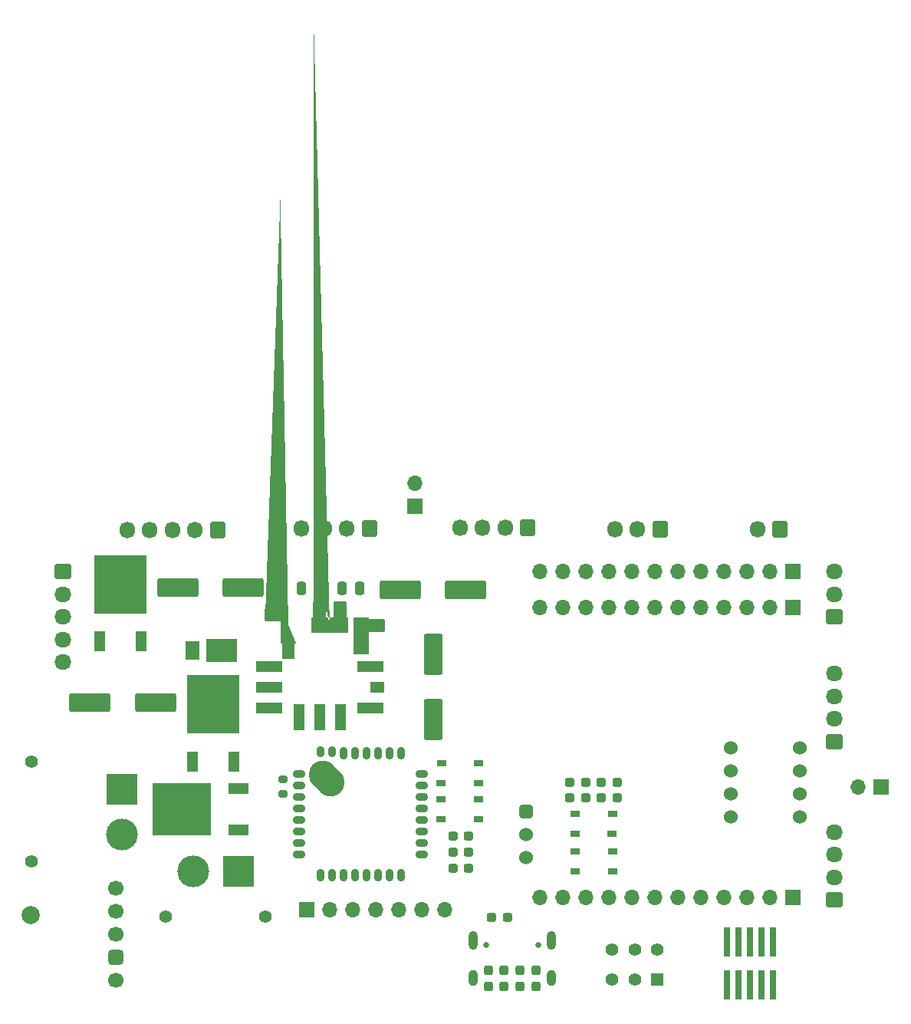
<source format=gbr>
%TF.GenerationSoftware,KiCad,Pcbnew,(6.0.11)*%
%TF.CreationDate,2024-02-29T08:23:56+09:00*%
%TF.ProjectId,Mother_Ctrl,4d6f7468-6572-45f4-9374-726c2e6b6963,rev?*%
%TF.SameCoordinates,Original*%
%TF.FileFunction,Soldermask,Top*%
%TF.FilePolarity,Negative*%
%FSLAX46Y46*%
G04 Gerber Fmt 4.6, Leading zero omitted, Abs format (unit mm)*
G04 Created by KiCad (PCBNEW (6.0.11)) date 2024-02-29 08:23:56*
%MOMM*%
%LPD*%
G01*
G04 APERTURE LIST*
G04 Aperture macros list*
%AMRoundRect*
0 Rectangle with rounded corners*
0 $1 Rounding radius*
0 $2 $3 $4 $5 $6 $7 $8 $9 X,Y pos of 4 corners*
0 Add a 4 corners polygon primitive as box body*
4,1,4,$2,$3,$4,$5,$6,$7,$8,$9,$2,$3,0*
0 Add four circle primitives for the rounded corners*
1,1,$1+$1,$2,$3*
1,1,$1+$1,$4,$5*
1,1,$1+$1,$6,$7*
1,1,$1+$1,$8,$9*
0 Add four rect primitives between the rounded corners*
20,1,$1+$1,$2,$3,$4,$5,0*
20,1,$1+$1,$4,$5,$6,$7,0*
20,1,$1+$1,$6,$7,$8,$9,0*
20,1,$1+$1,$8,$9,$2,$3,0*%
%AMHorizOval*
0 Thick line with rounded ends*
0 $1 width*
0 $2 $3 position (X,Y) of the first rounded end (center of the circle)*
0 $4 $5 position (X,Y) of the second rounded end (center of the circle)*
0 Add line between two ends*
20,1,$1,$2,$3,$4,$5,0*
0 Add two circle primitives to create the rounded ends*
1,1,$1,$2,$3*
1,1,$1,$4,$5*%
%AMFreePoly0*
4,1,53,0.885000,-2.035000,0.700000,-2.035000,0.700000,-3.665000,0.695106,-3.680063,0.695106,-3.695902,0.685796,-3.708716,0.680902,-3.723779,0.668089,-3.733089,0.658779,-3.745902,0.643716,-3.750796,0.630902,-3.760106,0.615063,-3.760106,0.600000,-3.765000,-0.600000,-3.765000,-0.615063,-3.760106,-0.630902,-3.760106,-0.643716,-3.750796,-0.658779,-3.745902,-0.668089,-3.733089,-0.680902,-3.723779,
-0.685796,-3.708716,-0.695106,-3.695902,-0.695106,-3.680063,-0.700000,-3.665000,-0.700000,-2.035000,-0.885000,-2.035000,-0.885000,0.450000,-2.515000,0.450000,-2.530063,0.454894,-2.545902,0.454894,-2.558716,0.464204,-2.573779,0.469098,-2.583089,0.481911,-2.595902,0.491221,-2.600796,0.506284,-2.610106,0.519098,-2.610106,0.534937,-2.615000,0.550000,-2.615000,1.750000,-2.610106,1.765063,
-2.610106,1.780902,-2.600796,1.793716,-2.595902,1.808779,-2.583089,1.818089,-2.573779,1.830902,-2.558716,1.835796,-2.545902,1.845106,-2.530063,1.845106,-2.515000,1.850000,-0.885000,1.850000,-0.885000,2.035000,0.885000,2.035000,0.885000,-2.035000,0.885000,-2.035000,$1*%
%AMFreePoly1*
4,1,53,-0.534937,2.610106,-0.519098,2.610106,-0.506284,2.600796,-0.491221,2.595902,-0.481911,2.583089,-0.469098,2.573779,-0.464204,2.558716,-0.454894,2.545902,-0.454894,2.530063,-0.450000,2.515000,-0.450000,0.885000,0.450000,0.885000,0.450000,2.515000,0.454894,2.530063,0.454894,2.545902,0.464204,2.558716,0.469098,2.573779,0.481911,2.583089,0.491221,2.595902,0.506284,2.600796,
0.519098,2.610106,0.534937,2.610106,0.550000,2.615000,1.750000,2.615000,1.765063,2.610106,1.780902,2.610106,1.793716,2.600796,1.808779,2.595902,1.818089,2.583089,1.830902,2.573779,1.835796,2.558716,1.845106,2.545902,1.845106,2.530063,1.850000,2.515000,1.850000,0.885000,2.035000,0.885000,2.035000,-0.885000,-2.035000,-0.885000,-2.035000,0.885000,-1.850000,0.885000,
-1.850000,2.515000,-1.845106,2.530063,-1.845106,2.545902,-1.835796,2.558716,-1.830902,2.573779,-1.818089,2.583089,-1.808779,2.595902,-1.793716,2.600796,-1.780902,2.610106,-1.765063,2.610106,-1.750000,2.615000,-0.550000,2.615000,-0.534937,2.610106,-0.534937,2.610106,$1*%
%AMFreePoly2*
4,1,29,0.885000,1.850000,2.515000,1.850000,2.530063,1.845106,2.545902,1.845106,2.558716,1.835796,2.573779,1.830902,2.583089,1.818089,2.595902,1.808779,2.600796,1.793716,2.610106,1.780902,2.610106,1.765063,2.615000,1.750000,2.615000,0.550000,2.610106,0.534937,2.610106,0.519098,2.600796,0.506284,2.595902,0.491221,2.583089,0.481911,2.573779,0.469098,2.558716,0.464204,
2.545902,0.454894,2.530063,0.454894,2.515000,0.450000,0.885000,0.450000,0.885000,-2.035000,-0.885000,-2.035000,-0.885000,2.035000,0.885000,2.035000,0.885000,1.850000,0.885000,1.850000,$1*%
G04 Aperture macros list end*
%ADD10RoundRect,0.237500X-0.287500X-0.237500X0.287500X-0.237500X0.287500X0.237500X-0.287500X0.237500X0*%
%ADD11R,0.740000X3.250000*%
%ADD12RoundRect,0.250000X0.675000X-0.600000X0.675000X0.600000X-0.675000X0.600000X-0.675000X-0.600000X0*%
%ADD13O,1.850000X1.700000*%
%ADD14R,1.700000X1.700000*%
%ADD15O,1.700000X1.700000*%
%ADD16RoundRect,0.237500X-0.237500X0.287500X-0.237500X-0.287500X0.237500X-0.287500X0.237500X0.287500X0*%
%ADD17RoundRect,0.250000X0.600000X0.675000X-0.600000X0.675000X-0.600000X-0.675000X0.600000X-0.675000X0*%
%ADD18O,1.700000X1.850000*%
%ADD19C,1.400000*%
%ADD20R,3.500000X3.500000*%
%ADD21C,3.500000*%
%ADD22RoundRect,0.250001X1.999999X0.799999X-1.999999X0.799999X-1.999999X-0.799999X1.999999X-0.799999X0*%
%ADD23R,1.400000X1.400000*%
%ADD24RoundRect,0.237500X0.287500X0.237500X-0.287500X0.237500X-0.287500X-0.237500X0.287500X-0.237500X0*%
%ADD25R,1.050000X0.650000*%
%ADD26RoundRect,0.200000X-0.275000X0.200000X-0.275000X-0.200000X0.275000X-0.200000X0.275000X0.200000X0*%
%ADD27R,3.400000X2.600000*%
%ADD28R,1.500000X2.000000*%
%ADD29RoundRect,0.250000X0.250000X0.475000X-0.250000X0.475000X-0.250000X-0.475000X0.250000X-0.475000X0*%
%ADD30RoundRect,0.250000X-0.250000X-0.475000X0.250000X-0.475000X0.250000X0.475000X-0.250000X0.475000X0*%
%ADD31R,2.200000X1.200000*%
%ADD32R,6.400000X5.800000*%
%ADD33RoundRect,0.381000X-0.381000X-0.381000X0.381000X-0.381000X0.381000X0.381000X-0.381000X0.381000X0*%
%ADD34C,1.524000*%
%ADD35R,3.000000X1.200000*%
%ADD36FreePoly0,270.000000*%
%ADD37FreePoly1,0.000000*%
%ADD38FreePoly2,0.000000*%
%ADD39R,1.200000X3.000000*%
%ADD40R,1.500000X1.200000*%
%ADD41RoundRect,0.250000X-0.675000X0.600000X-0.675000X-0.600000X0.675000X-0.600000X0.675000X0.600000X0*%
%ADD42R,1.200000X2.200000*%
%ADD43R,5.800000X6.400000*%
%ADD44HorizOval,3.100000X0.424264X-0.424264X-0.424264X0.424264X0*%
%ADD45O,1.400000X0.900000*%
%ADD46O,0.900000X1.400000*%
%ADD47O,0.900000X1.200000*%
%ADD48RoundRect,0.250001X-0.799999X1.999999X-0.799999X-1.999999X0.799999X-1.999999X0.799999X1.999999X0*%
%ADD49C,1.700000*%
%ADD50RoundRect,0.425000X0.425000X0.425000X-0.425000X0.425000X-0.425000X-0.425000X0.425000X-0.425000X0*%
%ADD51C,2.000000*%
%ADD52C,0.650000*%
%ADD53O,1.000000X1.800000*%
%ADD54O,1.000000X2.100000*%
G04 APERTURE END LIST*
D10*
%TO.C,D26*%
X164425000Y-113070000D03*
X166175000Y-113070000D03*
%TD*%
D11*
%TO.C,J5*%
X186840000Y-128945000D03*
X186840000Y-133695000D03*
X185570000Y-128945000D03*
X185570000Y-133695000D03*
X184300000Y-128945000D03*
X184300000Y-133695000D03*
X183030000Y-128945000D03*
X183030000Y-133695000D03*
X181760000Y-128945000D03*
X181760000Y-133695000D03*
%TD*%
D10*
%TO.C,D6*%
X151515000Y-117290000D03*
X153265000Y-117290000D03*
%TD*%
D12*
%TO.C,J10*%
X193650000Y-124320000D03*
D13*
X193650000Y-121820000D03*
X193650000Y-119320000D03*
X193650000Y-116820000D03*
%TD*%
D14*
%TO.C,J16*%
X189050000Y-92070000D03*
D15*
X186510000Y-92070000D03*
X183970000Y-92070000D03*
X181430000Y-92070000D03*
X178890000Y-92070000D03*
X176350000Y-92070000D03*
X173810000Y-92070000D03*
X171270000Y-92070000D03*
X168730000Y-92070000D03*
X166190000Y-92070000D03*
X163650000Y-92070000D03*
X161110000Y-92070000D03*
%TD*%
D16*
%TO.C,D29*%
X158920000Y-132095000D03*
X158920000Y-133845000D03*
%TD*%
D17*
%TO.C,J6*%
X187650000Y-83370000D03*
D18*
X185150000Y-83370000D03*
%TD*%
D19*
%TO.C,J2*%
X119800000Y-126170000D03*
X130800000Y-126170000D03*
D20*
X127800000Y-121170000D03*
D21*
X122800000Y-121170000D03*
%TD*%
D17*
%TO.C,J12*%
X159790000Y-83260000D03*
D18*
X157290000Y-83260000D03*
X154790000Y-83260000D03*
X152290000Y-83260000D03*
%TD*%
D22*
%TO.C,C21*%
X128350000Y-89820000D03*
X121150000Y-89820000D03*
%TD*%
D10*
%TO.C,D7*%
X151525000Y-119040000D03*
X153275000Y-119040000D03*
%TD*%
D23*
%TO.C,SW4*%
X174070000Y-133100000D03*
D19*
X171570000Y-133100000D03*
X169070000Y-133100000D03*
X174070000Y-129800000D03*
X171570000Y-129800000D03*
X169070000Y-129800000D03*
%TD*%
D10*
%TO.C,D3*%
X155815000Y-126230000D03*
X157565000Y-126230000D03*
%TD*%
D24*
%TO.C,D23*%
X169675000Y-113070000D03*
X167925000Y-113070000D03*
%TD*%
D14*
%TO.C,JP1*%
X198825000Y-111810000D03*
D15*
X196285000Y-111810000D03*
%TD*%
D17*
%TO.C,J14*%
X125550000Y-83470000D03*
D18*
X123050000Y-83470000D03*
X120550000Y-83470000D03*
X118050000Y-83470000D03*
X115550000Y-83470000D03*
%TD*%
D10*
%TO.C,D8*%
X151525000Y-120790000D03*
X153275000Y-120790000D03*
%TD*%
D25*
%TO.C,SW2*%
X150225000Y-113245000D03*
X154375000Y-113245000D03*
X154350000Y-115395000D03*
X150225000Y-115395000D03*
%TD*%
D10*
%TO.C,D25*%
X164425000Y-111320000D03*
X166175000Y-111320000D03*
%TD*%
D12*
%TO.C,J7*%
X193650000Y-93070000D03*
D13*
X193650000Y-90570000D03*
X193650000Y-88070000D03*
%TD*%
D14*
%TO.C,J15*%
X189050000Y-88070000D03*
D15*
X186510000Y-88070000D03*
X183970000Y-88070000D03*
X181430000Y-88070000D03*
X178890000Y-88070000D03*
X176350000Y-88070000D03*
X173810000Y-88070000D03*
X171270000Y-88070000D03*
X168730000Y-88070000D03*
X166190000Y-88070000D03*
X163650000Y-88070000D03*
X161110000Y-88070000D03*
%TD*%
D26*
%TO.C,R64*%
X132740000Y-110965000D03*
X132740000Y-112615000D03*
%TD*%
D22*
%TO.C,C20*%
X118650000Y-102570000D03*
X111450000Y-102570000D03*
%TD*%
D27*
%TO.C,D4*%
X126010000Y-96820000D03*
D28*
X122790000Y-96820000D03*
%TD*%
D19*
%TO.C,J1*%
X104975000Y-109070000D03*
X104975000Y-120070000D03*
D20*
X114975000Y-112070000D03*
D21*
X114975000Y-117070000D03*
%TD*%
D16*
%TO.C,D27*%
X155420000Y-132095000D03*
X155420000Y-133845000D03*
%TD*%
D14*
%TO.C,JP2*%
X147300000Y-80845001D03*
D15*
X147300000Y-78305001D03*
%TD*%
D29*
%TO.C,C10*%
X141185000Y-89920000D03*
X139285000Y-89920000D03*
%TD*%
D30*
%TO.C,C7*%
X134785000Y-89920000D03*
X136685000Y-89920000D03*
%TD*%
D16*
%TO.C,D28*%
X157170000Y-132095000D03*
X157170000Y-133845000D03*
%TD*%
D25*
%TO.C,SW6*%
X169125000Y-114825000D03*
X164975000Y-114825000D03*
X169100000Y-116975000D03*
X164975000Y-116975000D03*
%TD*%
D22*
%TO.C,C23*%
X152900000Y-90070000D03*
X145700000Y-90070000D03*
%TD*%
D17*
%TO.C,J11*%
X142290000Y-83310000D03*
D18*
X139790000Y-83310000D03*
X137290000Y-83310000D03*
X134790000Y-83310000D03*
%TD*%
D31*
%TO.C,Q1*%
X127850000Y-116550000D03*
D32*
X121550000Y-114270000D03*
D31*
X127850000Y-111990000D03*
%TD*%
D33*
%TO.C,SW5*%
X159550000Y-114570000D03*
D34*
X159550000Y-117110000D03*
X159550000Y-119650000D03*
%TD*%
D35*
%TO.C,MD1*%
X131200000Y-98570000D03*
D36*
X133365000Y-93985000D03*
D37*
X137945000Y-93985000D03*
D38*
X141385000Y-95135000D03*
D35*
X142400000Y-98570000D03*
X142400000Y-103150000D03*
D39*
X136800000Y-104170000D03*
X134510000Y-104170000D03*
D35*
X131200000Y-103150000D03*
X131200000Y-100860000D03*
D40*
X143150000Y-100860000D03*
D39*
X139090000Y-104170000D03*
%TD*%
D25*
%TO.C,SW7*%
X164975000Y-121145000D03*
X169125000Y-121145000D03*
X165000000Y-118995000D03*
X169125000Y-118995000D03*
%TD*%
%TO.C,SW3*%
X154375000Y-111395000D03*
X150225000Y-111395000D03*
X150250000Y-109245000D03*
X154375000Y-109245000D03*
%TD*%
D17*
%TO.C,J8*%
X174400000Y-83370000D03*
D18*
X171900000Y-83370000D03*
X169400000Y-83370000D03*
%TD*%
D41*
%TO.C,J13*%
X108450000Y-88070000D03*
D13*
X108450000Y-90570000D03*
X108450000Y-93070000D03*
X108450000Y-95570000D03*
X108450000Y-98070000D03*
%TD*%
D42*
%TO.C,Q3*%
X122770000Y-109020000D03*
D43*
X125050000Y-102720000D03*
D42*
X127330000Y-109020000D03*
%TD*%
D12*
%TO.C,J9*%
X193650000Y-106820000D03*
D13*
X193650000Y-104320000D03*
X193650000Y-101820000D03*
X193650000Y-99320000D03*
%TD*%
D44*
%TO.C,U2*%
X137600000Y-110920000D03*
D45*
X134565000Y-110375000D03*
X134565000Y-111645000D03*
X134565000Y-112915000D03*
X134565000Y-114185000D03*
X134565000Y-115455000D03*
X134565000Y-116725000D03*
X134565000Y-117995000D03*
X134565000Y-119265000D03*
D46*
X136855000Y-121555000D03*
X138125000Y-121555000D03*
X139395000Y-121555000D03*
X140665000Y-121555000D03*
X141935000Y-121555000D03*
X143205000Y-121555000D03*
X144475000Y-121555000D03*
X145745000Y-121555000D03*
D45*
X148035000Y-119265000D03*
X148035000Y-117995000D03*
X148035000Y-116725000D03*
X148035000Y-115455000D03*
X148035000Y-114185000D03*
X148035000Y-112915000D03*
X148035000Y-111645000D03*
X148035000Y-110375000D03*
D46*
X145745000Y-108085000D03*
X144475000Y-108085000D03*
X143205000Y-108085000D03*
X141935000Y-108085000D03*
X140665000Y-108085000D03*
X139395000Y-108085000D03*
D47*
X138125000Y-107985000D03*
X136855000Y-107985000D03*
%TD*%
D48*
%TO.C,C22*%
X149300000Y-97220000D03*
X149300000Y-104420000D03*
%TD*%
D14*
%TO.C,J17*%
X189050000Y-124070000D03*
D15*
X186510000Y-124070000D03*
X183970000Y-124070000D03*
X181430000Y-124070000D03*
X178890000Y-124070000D03*
X176350000Y-124070000D03*
X173810000Y-124070000D03*
X171270000Y-124070000D03*
X168730000Y-124070000D03*
X166190000Y-124070000D03*
X163650000Y-124070000D03*
X161110000Y-124070000D03*
%TD*%
D14*
%TO.C,J4*%
X135400000Y-125420000D03*
D15*
X137940000Y-125420000D03*
X140480000Y-125420000D03*
X143020000Y-125420000D03*
X145560000Y-125420000D03*
X148100000Y-125420000D03*
X150640000Y-125420000D03*
%TD*%
D34*
%TO.C,U5*%
X182209999Y-110050002D03*
X189829999Y-110050002D03*
X182209999Y-107510002D03*
X189829999Y-115130002D03*
X189829999Y-112590002D03*
X182209999Y-115130002D03*
X182209999Y-112590002D03*
X189829999Y-107510002D03*
%TD*%
D42*
%TO.C,Q29*%
X112520000Y-95770000D03*
D43*
X114800000Y-89470000D03*
D42*
X117080000Y-95770000D03*
%TD*%
D49*
%TO.C,SW1*%
X114300000Y-122990000D03*
X114300000Y-133150000D03*
D50*
X114300000Y-130610000D03*
D49*
X114300000Y-128070000D03*
X114300000Y-125530000D03*
%TD*%
D51*
%TO.C,TP5*%
X104900000Y-125970000D03*
%TD*%
D16*
%TO.C,D30*%
X160670000Y-132095000D03*
X160670000Y-133845000D03*
%TD*%
D24*
%TO.C,D22*%
X169675000Y-111320000D03*
X167925000Y-111320000D03*
%TD*%
D52*
%TO.C,J3*%
X160940000Y-129265000D03*
X155160000Y-129265000D03*
D53*
X153730000Y-132945000D03*
D54*
X162370000Y-128745000D03*
D53*
X162370000Y-132945000D03*
D54*
X153730000Y-128745000D03*
%TD*%
M02*

</source>
